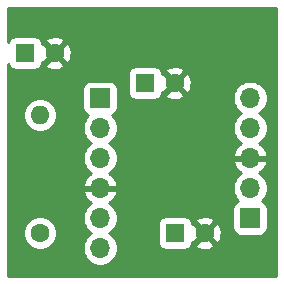
<source format=gbr>
%TF.GenerationSoftware,KiCad,Pcbnew,(5.1.10)-1*%
%TF.CreationDate,2021-09-09T15:03:09-05:00*%
%TF.ProjectId,BoostRegulatorBreakoutPCB,426f6f73-7452-4656-9775-6c61746f7242,00*%
%TF.SameCoordinates,Original*%
%TF.FileFunction,Copper,L2,Bot*%
%TF.FilePolarity,Positive*%
%FSLAX46Y46*%
G04 Gerber Fmt 4.6, Leading zero omitted, Abs format (unit mm)*
G04 Created by KiCad (PCBNEW (5.1.10)-1) date 2021-09-09 15:03:09*
%MOMM*%
%LPD*%
G01*
G04 APERTURE LIST*
%TA.AperFunction,ComponentPad*%
%ADD10O,1.600000X1.600000*%
%TD*%
%TA.AperFunction,ComponentPad*%
%ADD11C,1.600000*%
%TD*%
%TA.AperFunction,ComponentPad*%
%ADD12R,1.600000X1.600000*%
%TD*%
%TA.AperFunction,ComponentPad*%
%ADD13O,1.700000X1.700000*%
%TD*%
%TA.AperFunction,ComponentPad*%
%ADD14R,1.700000X1.700000*%
%TD*%
%TA.AperFunction,ViaPad*%
%ADD15C,0.800000*%
%TD*%
%TA.AperFunction,Conductor*%
%ADD16C,0.254000*%
%TD*%
%TA.AperFunction,Conductor*%
%ADD17C,0.100000*%
%TD*%
G04 APERTURE END LIST*
D10*
%TO.P,L1,2*%
%TO.N,Net-(J1-Pad3)*%
X133350000Y-115730000D03*
D11*
%TO.P,L1,1*%
%TO.N,Net-(C1-Pad1)*%
X133350000Y-125730000D03*
%TD*%
%TO.P,C3,2*%
%TO.N,GND*%
X134580000Y-110490000D03*
D12*
%TO.P,C3,1*%
%TO.N,Net-(C3-Pad1)*%
X132080000Y-110490000D03*
%TD*%
D11*
%TO.P,C2,2*%
%TO.N,GND*%
X144740000Y-113030000D03*
D12*
%TO.P,C2,1*%
%TO.N,Net-(C2-Pad1)*%
X142240000Y-113030000D03*
%TD*%
D11*
%TO.P,C1,2*%
%TO.N,GND*%
X147280000Y-125730000D03*
D12*
%TO.P,C1,1*%
%TO.N,Net-(C1-Pad1)*%
X144780000Y-125730000D03*
%TD*%
D13*
%TO.P,J1,6*%
%TO.N,Net-(J1-Pad6)*%
X138430000Y-127000000D03*
%TO.P,J1,5*%
%TO.N,Net-(C1-Pad1)*%
X138430000Y-124460000D03*
%TO.P,J1,4*%
%TO.N,GND*%
X138430000Y-121920000D03*
%TO.P,J1,3*%
%TO.N,Net-(J1-Pad3)*%
X138430000Y-119380000D03*
%TO.P,J1,2*%
%TO.N,Net-(C3-Pad1)*%
X138430000Y-116840000D03*
D14*
%TO.P,J1,1*%
%TO.N,Net-(C2-Pad1)*%
X138430000Y-114300000D03*
%TD*%
D13*
%TO.P,J2,5*%
%TO.N,Net-(J2-Pad5)*%
X151130000Y-114300000D03*
%TO.P,J2,4*%
%TO.N,Net-(J2-Pad4)*%
X151130000Y-116840000D03*
%TO.P,J2,3*%
%TO.N,GND*%
X151130000Y-119380000D03*
%TO.P,J2,2*%
%TO.N,Net-(J2-Pad2)*%
X151130000Y-121920000D03*
D14*
%TO.P,J2,1*%
%TO.N,Net-(J2-Pad1)*%
X151130000Y-124460000D03*
%TD*%
D15*
%TO.N,GND*%
X149000000Y-109000000D03*
X144610001Y-109389999D03*
X138510000Y-110490000D03*
X134000000Y-120000000D03*
X132000000Y-128000000D03*
X152000000Y-128000000D03*
X147000000Y-114000000D03*
X152000000Y-109000000D03*
X139000000Y-108000000D03*
X143000000Y-116000000D03*
X147000000Y-122000000D03*
X142000000Y-127000000D03*
X136000000Y-123000000D03*
X141000000Y-121000000D03*
X132000000Y-124000000D03*
X151000000Y-111000000D03*
X135890000Y-115570000D03*
%TD*%
D16*
%TO.N,GND*%
X153340000Y-108032418D02*
X153340001Y-108032428D01*
X153340000Y-129340000D01*
X130660000Y-129340000D01*
X130660000Y-125588665D01*
X131915000Y-125588665D01*
X131915000Y-125871335D01*
X131970147Y-126148574D01*
X132078320Y-126409727D01*
X132235363Y-126644759D01*
X132435241Y-126844637D01*
X132670273Y-127001680D01*
X132931426Y-127109853D01*
X133208665Y-127165000D01*
X133491335Y-127165000D01*
X133768574Y-127109853D01*
X134029727Y-127001680D01*
X134264759Y-126844637D01*
X134464637Y-126644759D01*
X134621680Y-126409727D01*
X134729853Y-126148574D01*
X134785000Y-125871335D01*
X134785000Y-125588665D01*
X134729853Y-125311426D01*
X134621680Y-125050273D01*
X134464637Y-124815241D01*
X134264759Y-124615363D01*
X134029727Y-124458320D01*
X133768574Y-124350147D01*
X133585547Y-124313740D01*
X136945000Y-124313740D01*
X136945000Y-124606260D01*
X137002068Y-124893158D01*
X137114010Y-125163411D01*
X137276525Y-125406632D01*
X137483368Y-125613475D01*
X137657760Y-125730000D01*
X137483368Y-125846525D01*
X137276525Y-126053368D01*
X137114010Y-126296589D01*
X137002068Y-126566842D01*
X136945000Y-126853740D01*
X136945000Y-127146260D01*
X137002068Y-127433158D01*
X137114010Y-127703411D01*
X137276525Y-127946632D01*
X137483368Y-128153475D01*
X137726589Y-128315990D01*
X137996842Y-128427932D01*
X138283740Y-128485000D01*
X138576260Y-128485000D01*
X138863158Y-128427932D01*
X139133411Y-128315990D01*
X139376632Y-128153475D01*
X139583475Y-127946632D01*
X139745990Y-127703411D01*
X139857932Y-127433158D01*
X139915000Y-127146260D01*
X139915000Y-126853740D01*
X139857932Y-126566842D01*
X139745990Y-126296589D01*
X139583475Y-126053368D01*
X139376632Y-125846525D01*
X139202240Y-125730000D01*
X139376632Y-125613475D01*
X139583475Y-125406632D01*
X139745990Y-125163411D01*
X139842671Y-124930000D01*
X143341928Y-124930000D01*
X143341928Y-126530000D01*
X143354188Y-126654482D01*
X143390498Y-126774180D01*
X143449463Y-126884494D01*
X143528815Y-126981185D01*
X143625506Y-127060537D01*
X143735820Y-127119502D01*
X143855518Y-127155812D01*
X143980000Y-127168072D01*
X145580000Y-127168072D01*
X145704482Y-127155812D01*
X145824180Y-127119502D01*
X145934494Y-127060537D01*
X146031185Y-126981185D01*
X146110537Y-126884494D01*
X146169502Y-126774180D01*
X146185117Y-126722702D01*
X146466903Y-126722702D01*
X146538486Y-126966671D01*
X146793996Y-127087571D01*
X147068184Y-127156300D01*
X147350512Y-127170217D01*
X147630130Y-127128787D01*
X147896292Y-127033603D01*
X148021514Y-126966671D01*
X148093097Y-126722702D01*
X147280000Y-125909605D01*
X146466903Y-126722702D01*
X146185117Y-126722702D01*
X146205812Y-126654482D01*
X146218072Y-126530000D01*
X146218072Y-126522785D01*
X146287298Y-126543097D01*
X147100395Y-125730000D01*
X147459605Y-125730000D01*
X148272702Y-126543097D01*
X148516671Y-126471514D01*
X148637571Y-126216004D01*
X148706300Y-125941816D01*
X148720217Y-125659488D01*
X148678787Y-125379870D01*
X148583603Y-125113708D01*
X148516671Y-124988486D01*
X148272702Y-124916903D01*
X147459605Y-125730000D01*
X147100395Y-125730000D01*
X146287298Y-124916903D01*
X146218072Y-124937215D01*
X146218072Y-124930000D01*
X146205812Y-124805518D01*
X146185118Y-124737298D01*
X146466903Y-124737298D01*
X147280000Y-125550395D01*
X148093097Y-124737298D01*
X148021514Y-124493329D01*
X147766004Y-124372429D01*
X147491816Y-124303700D01*
X147209488Y-124289783D01*
X146929870Y-124331213D01*
X146663708Y-124426397D01*
X146538486Y-124493329D01*
X146466903Y-124737298D01*
X146185118Y-124737298D01*
X146169502Y-124685820D01*
X146110537Y-124575506D01*
X146031185Y-124478815D01*
X145934494Y-124399463D01*
X145824180Y-124340498D01*
X145704482Y-124304188D01*
X145580000Y-124291928D01*
X143980000Y-124291928D01*
X143855518Y-124304188D01*
X143735820Y-124340498D01*
X143625506Y-124399463D01*
X143528815Y-124478815D01*
X143449463Y-124575506D01*
X143390498Y-124685820D01*
X143354188Y-124805518D01*
X143341928Y-124930000D01*
X139842671Y-124930000D01*
X139857932Y-124893158D01*
X139915000Y-124606260D01*
X139915000Y-124313740D01*
X139857932Y-124026842D01*
X139745990Y-123756589D01*
X139648043Y-123610000D01*
X149641928Y-123610000D01*
X149641928Y-125310000D01*
X149654188Y-125434482D01*
X149690498Y-125554180D01*
X149749463Y-125664494D01*
X149828815Y-125761185D01*
X149925506Y-125840537D01*
X150035820Y-125899502D01*
X150155518Y-125935812D01*
X150280000Y-125948072D01*
X151980000Y-125948072D01*
X152104482Y-125935812D01*
X152224180Y-125899502D01*
X152334494Y-125840537D01*
X152431185Y-125761185D01*
X152510537Y-125664494D01*
X152569502Y-125554180D01*
X152605812Y-125434482D01*
X152618072Y-125310000D01*
X152618072Y-123610000D01*
X152605812Y-123485518D01*
X152569502Y-123365820D01*
X152510537Y-123255506D01*
X152431185Y-123158815D01*
X152334494Y-123079463D01*
X152224180Y-123020498D01*
X152151620Y-122998487D01*
X152283475Y-122866632D01*
X152445990Y-122623411D01*
X152557932Y-122353158D01*
X152615000Y-122066260D01*
X152615000Y-121773740D01*
X152557932Y-121486842D01*
X152445990Y-121216589D01*
X152283475Y-120973368D01*
X152076632Y-120766525D01*
X151894466Y-120644805D01*
X152011355Y-120575178D01*
X152227588Y-120380269D01*
X152401641Y-120146920D01*
X152526825Y-119884099D01*
X152571476Y-119736890D01*
X152450155Y-119507000D01*
X151257000Y-119507000D01*
X151257000Y-119527000D01*
X151003000Y-119527000D01*
X151003000Y-119507000D01*
X149809845Y-119507000D01*
X149688524Y-119736890D01*
X149733175Y-119884099D01*
X149858359Y-120146920D01*
X150032412Y-120380269D01*
X150248645Y-120575178D01*
X150365534Y-120644805D01*
X150183368Y-120766525D01*
X149976525Y-120973368D01*
X149814010Y-121216589D01*
X149702068Y-121486842D01*
X149645000Y-121773740D01*
X149645000Y-122066260D01*
X149702068Y-122353158D01*
X149814010Y-122623411D01*
X149976525Y-122866632D01*
X150108380Y-122998487D01*
X150035820Y-123020498D01*
X149925506Y-123079463D01*
X149828815Y-123158815D01*
X149749463Y-123255506D01*
X149690498Y-123365820D01*
X149654188Y-123485518D01*
X149641928Y-123610000D01*
X139648043Y-123610000D01*
X139583475Y-123513368D01*
X139376632Y-123306525D01*
X139194466Y-123184805D01*
X139311355Y-123115178D01*
X139527588Y-122920269D01*
X139701641Y-122686920D01*
X139826825Y-122424099D01*
X139871476Y-122276890D01*
X139750155Y-122047000D01*
X138557000Y-122047000D01*
X138557000Y-122067000D01*
X138303000Y-122067000D01*
X138303000Y-122047000D01*
X137109845Y-122047000D01*
X136988524Y-122276890D01*
X137033175Y-122424099D01*
X137158359Y-122686920D01*
X137332412Y-122920269D01*
X137548645Y-123115178D01*
X137665534Y-123184805D01*
X137483368Y-123306525D01*
X137276525Y-123513368D01*
X137114010Y-123756589D01*
X137002068Y-124026842D01*
X136945000Y-124313740D01*
X133585547Y-124313740D01*
X133491335Y-124295000D01*
X133208665Y-124295000D01*
X132931426Y-124350147D01*
X132670273Y-124458320D01*
X132435241Y-124615363D01*
X132235363Y-124815241D01*
X132078320Y-125050273D01*
X131970147Y-125311426D01*
X131915000Y-125588665D01*
X130660000Y-125588665D01*
X130660000Y-115588665D01*
X131915000Y-115588665D01*
X131915000Y-115871335D01*
X131970147Y-116148574D01*
X132078320Y-116409727D01*
X132235363Y-116644759D01*
X132435241Y-116844637D01*
X132670273Y-117001680D01*
X132931426Y-117109853D01*
X133208665Y-117165000D01*
X133491335Y-117165000D01*
X133768574Y-117109853D01*
X134029727Y-117001680D01*
X134264759Y-116844637D01*
X134464637Y-116644759D01*
X134621680Y-116409727D01*
X134729853Y-116148574D01*
X134785000Y-115871335D01*
X134785000Y-115588665D01*
X134729853Y-115311426D01*
X134621680Y-115050273D01*
X134464637Y-114815241D01*
X134264759Y-114615363D01*
X134029727Y-114458320D01*
X133768574Y-114350147D01*
X133491335Y-114295000D01*
X133208665Y-114295000D01*
X132931426Y-114350147D01*
X132670273Y-114458320D01*
X132435241Y-114615363D01*
X132235363Y-114815241D01*
X132078320Y-115050273D01*
X131970147Y-115311426D01*
X131915000Y-115588665D01*
X130660000Y-115588665D01*
X130660000Y-113450000D01*
X136941928Y-113450000D01*
X136941928Y-115150000D01*
X136954188Y-115274482D01*
X136990498Y-115394180D01*
X137049463Y-115504494D01*
X137128815Y-115601185D01*
X137225506Y-115680537D01*
X137335820Y-115739502D01*
X137408380Y-115761513D01*
X137276525Y-115893368D01*
X137114010Y-116136589D01*
X137002068Y-116406842D01*
X136945000Y-116693740D01*
X136945000Y-116986260D01*
X137002068Y-117273158D01*
X137114010Y-117543411D01*
X137276525Y-117786632D01*
X137483368Y-117993475D01*
X137657760Y-118110000D01*
X137483368Y-118226525D01*
X137276525Y-118433368D01*
X137114010Y-118676589D01*
X137002068Y-118946842D01*
X136945000Y-119233740D01*
X136945000Y-119526260D01*
X137002068Y-119813158D01*
X137114010Y-120083411D01*
X137276525Y-120326632D01*
X137483368Y-120533475D01*
X137665534Y-120655195D01*
X137548645Y-120724822D01*
X137332412Y-120919731D01*
X137158359Y-121153080D01*
X137033175Y-121415901D01*
X136988524Y-121563110D01*
X137109845Y-121793000D01*
X138303000Y-121793000D01*
X138303000Y-121773000D01*
X138557000Y-121773000D01*
X138557000Y-121793000D01*
X139750155Y-121793000D01*
X139871476Y-121563110D01*
X139826825Y-121415901D01*
X139701641Y-121153080D01*
X139527588Y-120919731D01*
X139311355Y-120724822D01*
X139194466Y-120655195D01*
X139376632Y-120533475D01*
X139583475Y-120326632D01*
X139745990Y-120083411D01*
X139857932Y-119813158D01*
X139915000Y-119526260D01*
X139915000Y-119233740D01*
X139857932Y-118946842D01*
X139745990Y-118676589D01*
X139583475Y-118433368D01*
X139376632Y-118226525D01*
X139202240Y-118110000D01*
X139376632Y-117993475D01*
X139583475Y-117786632D01*
X139745990Y-117543411D01*
X139857932Y-117273158D01*
X139915000Y-116986260D01*
X139915000Y-116693740D01*
X139857932Y-116406842D01*
X139745990Y-116136589D01*
X139583475Y-115893368D01*
X139451620Y-115761513D01*
X139524180Y-115739502D01*
X139634494Y-115680537D01*
X139731185Y-115601185D01*
X139810537Y-115504494D01*
X139869502Y-115394180D01*
X139905812Y-115274482D01*
X139918072Y-115150000D01*
X139918072Y-113450000D01*
X139905812Y-113325518D01*
X139869502Y-113205820D01*
X139810537Y-113095506D01*
X139731185Y-112998815D01*
X139634494Y-112919463D01*
X139524180Y-112860498D01*
X139404482Y-112824188D01*
X139280000Y-112811928D01*
X137580000Y-112811928D01*
X137455518Y-112824188D01*
X137335820Y-112860498D01*
X137225506Y-112919463D01*
X137128815Y-112998815D01*
X137049463Y-113095506D01*
X136990498Y-113205820D01*
X136954188Y-113325518D01*
X136941928Y-113450000D01*
X130660000Y-113450000D01*
X130660000Y-112230000D01*
X140801928Y-112230000D01*
X140801928Y-113830000D01*
X140814188Y-113954482D01*
X140850498Y-114074180D01*
X140909463Y-114184494D01*
X140988815Y-114281185D01*
X141085506Y-114360537D01*
X141195820Y-114419502D01*
X141315518Y-114455812D01*
X141440000Y-114468072D01*
X143040000Y-114468072D01*
X143164482Y-114455812D01*
X143284180Y-114419502D01*
X143394494Y-114360537D01*
X143491185Y-114281185D01*
X143570537Y-114184494D01*
X143629502Y-114074180D01*
X143645117Y-114022702D01*
X143926903Y-114022702D01*
X143998486Y-114266671D01*
X144253996Y-114387571D01*
X144528184Y-114456300D01*
X144810512Y-114470217D01*
X145090130Y-114428787D01*
X145356292Y-114333603D01*
X145481514Y-114266671D01*
X145514649Y-114153740D01*
X149645000Y-114153740D01*
X149645000Y-114446260D01*
X149702068Y-114733158D01*
X149814010Y-115003411D01*
X149976525Y-115246632D01*
X150183368Y-115453475D01*
X150357760Y-115570000D01*
X150183368Y-115686525D01*
X149976525Y-115893368D01*
X149814010Y-116136589D01*
X149702068Y-116406842D01*
X149645000Y-116693740D01*
X149645000Y-116986260D01*
X149702068Y-117273158D01*
X149814010Y-117543411D01*
X149976525Y-117786632D01*
X150183368Y-117993475D01*
X150365534Y-118115195D01*
X150248645Y-118184822D01*
X150032412Y-118379731D01*
X149858359Y-118613080D01*
X149733175Y-118875901D01*
X149688524Y-119023110D01*
X149809845Y-119253000D01*
X151003000Y-119253000D01*
X151003000Y-119233000D01*
X151257000Y-119233000D01*
X151257000Y-119253000D01*
X152450155Y-119253000D01*
X152571476Y-119023110D01*
X152526825Y-118875901D01*
X152401641Y-118613080D01*
X152227588Y-118379731D01*
X152011355Y-118184822D01*
X151894466Y-118115195D01*
X152076632Y-117993475D01*
X152283475Y-117786632D01*
X152445990Y-117543411D01*
X152557932Y-117273158D01*
X152615000Y-116986260D01*
X152615000Y-116693740D01*
X152557932Y-116406842D01*
X152445990Y-116136589D01*
X152283475Y-115893368D01*
X152076632Y-115686525D01*
X151902240Y-115570000D01*
X152076632Y-115453475D01*
X152283475Y-115246632D01*
X152445990Y-115003411D01*
X152557932Y-114733158D01*
X152615000Y-114446260D01*
X152615000Y-114153740D01*
X152557932Y-113866842D01*
X152445990Y-113596589D01*
X152283475Y-113353368D01*
X152076632Y-113146525D01*
X151833411Y-112984010D01*
X151563158Y-112872068D01*
X151276260Y-112815000D01*
X150983740Y-112815000D01*
X150696842Y-112872068D01*
X150426589Y-112984010D01*
X150183368Y-113146525D01*
X149976525Y-113353368D01*
X149814010Y-113596589D01*
X149702068Y-113866842D01*
X149645000Y-114153740D01*
X145514649Y-114153740D01*
X145553097Y-114022702D01*
X144740000Y-113209605D01*
X143926903Y-114022702D01*
X143645117Y-114022702D01*
X143665812Y-113954482D01*
X143678072Y-113830000D01*
X143678072Y-113822785D01*
X143747298Y-113843097D01*
X144560395Y-113030000D01*
X144919605Y-113030000D01*
X145732702Y-113843097D01*
X145976671Y-113771514D01*
X146097571Y-113516004D01*
X146166300Y-113241816D01*
X146180217Y-112959488D01*
X146138787Y-112679870D01*
X146043603Y-112413708D01*
X145976671Y-112288486D01*
X145732702Y-112216903D01*
X144919605Y-113030000D01*
X144560395Y-113030000D01*
X143747298Y-112216903D01*
X143678072Y-112237215D01*
X143678072Y-112230000D01*
X143665812Y-112105518D01*
X143645118Y-112037298D01*
X143926903Y-112037298D01*
X144740000Y-112850395D01*
X145553097Y-112037298D01*
X145481514Y-111793329D01*
X145226004Y-111672429D01*
X144951816Y-111603700D01*
X144669488Y-111589783D01*
X144389870Y-111631213D01*
X144123708Y-111726397D01*
X143998486Y-111793329D01*
X143926903Y-112037298D01*
X143645118Y-112037298D01*
X143629502Y-111985820D01*
X143570537Y-111875506D01*
X143491185Y-111778815D01*
X143394494Y-111699463D01*
X143284180Y-111640498D01*
X143164482Y-111604188D01*
X143040000Y-111591928D01*
X141440000Y-111591928D01*
X141315518Y-111604188D01*
X141195820Y-111640498D01*
X141085506Y-111699463D01*
X140988815Y-111778815D01*
X140909463Y-111875506D01*
X140850498Y-111985820D01*
X140814188Y-112105518D01*
X140801928Y-112230000D01*
X130660000Y-112230000D01*
X130660000Y-111433642D01*
X130690498Y-111534180D01*
X130749463Y-111644494D01*
X130828815Y-111741185D01*
X130925506Y-111820537D01*
X131035820Y-111879502D01*
X131155518Y-111915812D01*
X131280000Y-111928072D01*
X132880000Y-111928072D01*
X133004482Y-111915812D01*
X133124180Y-111879502D01*
X133234494Y-111820537D01*
X133331185Y-111741185D01*
X133410537Y-111644494D01*
X133469502Y-111534180D01*
X133485117Y-111482702D01*
X133766903Y-111482702D01*
X133838486Y-111726671D01*
X134093996Y-111847571D01*
X134368184Y-111916300D01*
X134650512Y-111930217D01*
X134930130Y-111888787D01*
X135196292Y-111793603D01*
X135321514Y-111726671D01*
X135393097Y-111482702D01*
X134580000Y-110669605D01*
X133766903Y-111482702D01*
X133485117Y-111482702D01*
X133505812Y-111414482D01*
X133518072Y-111290000D01*
X133518072Y-111282785D01*
X133587298Y-111303097D01*
X134400395Y-110490000D01*
X134759605Y-110490000D01*
X135572702Y-111303097D01*
X135816671Y-111231514D01*
X135937571Y-110976004D01*
X136006300Y-110701816D01*
X136020217Y-110419488D01*
X135978787Y-110139870D01*
X135883603Y-109873708D01*
X135816671Y-109748486D01*
X135572702Y-109676903D01*
X134759605Y-110490000D01*
X134400395Y-110490000D01*
X133587298Y-109676903D01*
X133518072Y-109697215D01*
X133518072Y-109690000D01*
X133505812Y-109565518D01*
X133485118Y-109497298D01*
X133766903Y-109497298D01*
X134580000Y-110310395D01*
X135393097Y-109497298D01*
X135321514Y-109253329D01*
X135066004Y-109132429D01*
X134791816Y-109063700D01*
X134509488Y-109049783D01*
X134229870Y-109091213D01*
X133963708Y-109186397D01*
X133838486Y-109253329D01*
X133766903Y-109497298D01*
X133485118Y-109497298D01*
X133469502Y-109445820D01*
X133410537Y-109335506D01*
X133331185Y-109238815D01*
X133234494Y-109159463D01*
X133124180Y-109100498D01*
X133004482Y-109064188D01*
X132880000Y-109051928D01*
X131280000Y-109051928D01*
X131155518Y-109064188D01*
X131035820Y-109100498D01*
X130925506Y-109159463D01*
X130828815Y-109238815D01*
X130749463Y-109335506D01*
X130690498Y-109445820D01*
X130660000Y-109546358D01*
X130660000Y-106660000D01*
X153340001Y-106660000D01*
X153340000Y-108032418D01*
%TA.AperFunction,Conductor*%
D17*
G36*
X153340000Y-108032418D02*
G01*
X153340001Y-108032428D01*
X153340000Y-129340000D01*
X130660000Y-129340000D01*
X130660000Y-125588665D01*
X131915000Y-125588665D01*
X131915000Y-125871335D01*
X131970147Y-126148574D01*
X132078320Y-126409727D01*
X132235363Y-126644759D01*
X132435241Y-126844637D01*
X132670273Y-127001680D01*
X132931426Y-127109853D01*
X133208665Y-127165000D01*
X133491335Y-127165000D01*
X133768574Y-127109853D01*
X134029727Y-127001680D01*
X134264759Y-126844637D01*
X134464637Y-126644759D01*
X134621680Y-126409727D01*
X134729853Y-126148574D01*
X134785000Y-125871335D01*
X134785000Y-125588665D01*
X134729853Y-125311426D01*
X134621680Y-125050273D01*
X134464637Y-124815241D01*
X134264759Y-124615363D01*
X134029727Y-124458320D01*
X133768574Y-124350147D01*
X133585547Y-124313740D01*
X136945000Y-124313740D01*
X136945000Y-124606260D01*
X137002068Y-124893158D01*
X137114010Y-125163411D01*
X137276525Y-125406632D01*
X137483368Y-125613475D01*
X137657760Y-125730000D01*
X137483368Y-125846525D01*
X137276525Y-126053368D01*
X137114010Y-126296589D01*
X137002068Y-126566842D01*
X136945000Y-126853740D01*
X136945000Y-127146260D01*
X137002068Y-127433158D01*
X137114010Y-127703411D01*
X137276525Y-127946632D01*
X137483368Y-128153475D01*
X137726589Y-128315990D01*
X137996842Y-128427932D01*
X138283740Y-128485000D01*
X138576260Y-128485000D01*
X138863158Y-128427932D01*
X139133411Y-128315990D01*
X139376632Y-128153475D01*
X139583475Y-127946632D01*
X139745990Y-127703411D01*
X139857932Y-127433158D01*
X139915000Y-127146260D01*
X139915000Y-126853740D01*
X139857932Y-126566842D01*
X139745990Y-126296589D01*
X139583475Y-126053368D01*
X139376632Y-125846525D01*
X139202240Y-125730000D01*
X139376632Y-125613475D01*
X139583475Y-125406632D01*
X139745990Y-125163411D01*
X139842671Y-124930000D01*
X143341928Y-124930000D01*
X143341928Y-126530000D01*
X143354188Y-126654482D01*
X143390498Y-126774180D01*
X143449463Y-126884494D01*
X143528815Y-126981185D01*
X143625506Y-127060537D01*
X143735820Y-127119502D01*
X143855518Y-127155812D01*
X143980000Y-127168072D01*
X145580000Y-127168072D01*
X145704482Y-127155812D01*
X145824180Y-127119502D01*
X145934494Y-127060537D01*
X146031185Y-126981185D01*
X146110537Y-126884494D01*
X146169502Y-126774180D01*
X146185117Y-126722702D01*
X146466903Y-126722702D01*
X146538486Y-126966671D01*
X146793996Y-127087571D01*
X147068184Y-127156300D01*
X147350512Y-127170217D01*
X147630130Y-127128787D01*
X147896292Y-127033603D01*
X148021514Y-126966671D01*
X148093097Y-126722702D01*
X147280000Y-125909605D01*
X146466903Y-126722702D01*
X146185117Y-126722702D01*
X146205812Y-126654482D01*
X146218072Y-126530000D01*
X146218072Y-126522785D01*
X146287298Y-126543097D01*
X147100395Y-125730000D01*
X147459605Y-125730000D01*
X148272702Y-126543097D01*
X148516671Y-126471514D01*
X148637571Y-126216004D01*
X148706300Y-125941816D01*
X148720217Y-125659488D01*
X148678787Y-125379870D01*
X148583603Y-125113708D01*
X148516671Y-124988486D01*
X148272702Y-124916903D01*
X147459605Y-125730000D01*
X147100395Y-125730000D01*
X146287298Y-124916903D01*
X146218072Y-124937215D01*
X146218072Y-124930000D01*
X146205812Y-124805518D01*
X146185118Y-124737298D01*
X146466903Y-124737298D01*
X147280000Y-125550395D01*
X148093097Y-124737298D01*
X148021514Y-124493329D01*
X147766004Y-124372429D01*
X147491816Y-124303700D01*
X147209488Y-124289783D01*
X146929870Y-124331213D01*
X146663708Y-124426397D01*
X146538486Y-124493329D01*
X146466903Y-124737298D01*
X146185118Y-124737298D01*
X146169502Y-124685820D01*
X146110537Y-124575506D01*
X146031185Y-124478815D01*
X145934494Y-124399463D01*
X145824180Y-124340498D01*
X145704482Y-124304188D01*
X145580000Y-124291928D01*
X143980000Y-124291928D01*
X143855518Y-124304188D01*
X143735820Y-124340498D01*
X143625506Y-124399463D01*
X143528815Y-124478815D01*
X143449463Y-124575506D01*
X143390498Y-124685820D01*
X143354188Y-124805518D01*
X143341928Y-124930000D01*
X139842671Y-124930000D01*
X139857932Y-124893158D01*
X139915000Y-124606260D01*
X139915000Y-124313740D01*
X139857932Y-124026842D01*
X139745990Y-123756589D01*
X139648043Y-123610000D01*
X149641928Y-123610000D01*
X149641928Y-125310000D01*
X149654188Y-125434482D01*
X149690498Y-125554180D01*
X149749463Y-125664494D01*
X149828815Y-125761185D01*
X149925506Y-125840537D01*
X150035820Y-125899502D01*
X150155518Y-125935812D01*
X150280000Y-125948072D01*
X151980000Y-125948072D01*
X152104482Y-125935812D01*
X152224180Y-125899502D01*
X152334494Y-125840537D01*
X152431185Y-125761185D01*
X152510537Y-125664494D01*
X152569502Y-125554180D01*
X152605812Y-125434482D01*
X152618072Y-125310000D01*
X152618072Y-123610000D01*
X152605812Y-123485518D01*
X152569502Y-123365820D01*
X152510537Y-123255506D01*
X152431185Y-123158815D01*
X152334494Y-123079463D01*
X152224180Y-123020498D01*
X152151620Y-122998487D01*
X152283475Y-122866632D01*
X152445990Y-122623411D01*
X152557932Y-122353158D01*
X152615000Y-122066260D01*
X152615000Y-121773740D01*
X152557932Y-121486842D01*
X152445990Y-121216589D01*
X152283475Y-120973368D01*
X152076632Y-120766525D01*
X151894466Y-120644805D01*
X152011355Y-120575178D01*
X152227588Y-120380269D01*
X152401641Y-120146920D01*
X152526825Y-119884099D01*
X152571476Y-119736890D01*
X152450155Y-119507000D01*
X151257000Y-119507000D01*
X151257000Y-119527000D01*
X151003000Y-119527000D01*
X151003000Y-119507000D01*
X149809845Y-119507000D01*
X149688524Y-119736890D01*
X149733175Y-119884099D01*
X149858359Y-120146920D01*
X150032412Y-120380269D01*
X150248645Y-120575178D01*
X150365534Y-120644805D01*
X150183368Y-120766525D01*
X149976525Y-120973368D01*
X149814010Y-121216589D01*
X149702068Y-121486842D01*
X149645000Y-121773740D01*
X149645000Y-122066260D01*
X149702068Y-122353158D01*
X149814010Y-122623411D01*
X149976525Y-122866632D01*
X150108380Y-122998487D01*
X150035820Y-123020498D01*
X149925506Y-123079463D01*
X149828815Y-123158815D01*
X149749463Y-123255506D01*
X149690498Y-123365820D01*
X149654188Y-123485518D01*
X149641928Y-123610000D01*
X139648043Y-123610000D01*
X139583475Y-123513368D01*
X139376632Y-123306525D01*
X139194466Y-123184805D01*
X139311355Y-123115178D01*
X139527588Y-122920269D01*
X139701641Y-122686920D01*
X139826825Y-122424099D01*
X139871476Y-122276890D01*
X139750155Y-122047000D01*
X138557000Y-122047000D01*
X138557000Y-122067000D01*
X138303000Y-122067000D01*
X138303000Y-122047000D01*
X137109845Y-122047000D01*
X136988524Y-122276890D01*
X137033175Y-122424099D01*
X137158359Y-122686920D01*
X137332412Y-122920269D01*
X137548645Y-123115178D01*
X137665534Y-123184805D01*
X137483368Y-123306525D01*
X137276525Y-123513368D01*
X137114010Y-123756589D01*
X137002068Y-124026842D01*
X136945000Y-124313740D01*
X133585547Y-124313740D01*
X133491335Y-124295000D01*
X133208665Y-124295000D01*
X132931426Y-124350147D01*
X132670273Y-124458320D01*
X132435241Y-124615363D01*
X132235363Y-124815241D01*
X132078320Y-125050273D01*
X131970147Y-125311426D01*
X131915000Y-125588665D01*
X130660000Y-125588665D01*
X130660000Y-115588665D01*
X131915000Y-115588665D01*
X131915000Y-115871335D01*
X131970147Y-116148574D01*
X132078320Y-116409727D01*
X132235363Y-116644759D01*
X132435241Y-116844637D01*
X132670273Y-117001680D01*
X132931426Y-117109853D01*
X133208665Y-117165000D01*
X133491335Y-117165000D01*
X133768574Y-117109853D01*
X134029727Y-117001680D01*
X134264759Y-116844637D01*
X134464637Y-116644759D01*
X134621680Y-116409727D01*
X134729853Y-116148574D01*
X134785000Y-115871335D01*
X134785000Y-115588665D01*
X134729853Y-115311426D01*
X134621680Y-115050273D01*
X134464637Y-114815241D01*
X134264759Y-114615363D01*
X134029727Y-114458320D01*
X133768574Y-114350147D01*
X133491335Y-114295000D01*
X133208665Y-114295000D01*
X132931426Y-114350147D01*
X132670273Y-114458320D01*
X132435241Y-114615363D01*
X132235363Y-114815241D01*
X132078320Y-115050273D01*
X131970147Y-115311426D01*
X131915000Y-115588665D01*
X130660000Y-115588665D01*
X130660000Y-113450000D01*
X136941928Y-113450000D01*
X136941928Y-115150000D01*
X136954188Y-115274482D01*
X136990498Y-115394180D01*
X137049463Y-115504494D01*
X137128815Y-115601185D01*
X137225506Y-115680537D01*
X137335820Y-115739502D01*
X137408380Y-115761513D01*
X137276525Y-115893368D01*
X137114010Y-116136589D01*
X137002068Y-116406842D01*
X136945000Y-116693740D01*
X136945000Y-116986260D01*
X137002068Y-117273158D01*
X137114010Y-117543411D01*
X137276525Y-117786632D01*
X137483368Y-117993475D01*
X137657760Y-118110000D01*
X137483368Y-118226525D01*
X137276525Y-118433368D01*
X137114010Y-118676589D01*
X137002068Y-118946842D01*
X136945000Y-119233740D01*
X136945000Y-119526260D01*
X137002068Y-119813158D01*
X137114010Y-120083411D01*
X137276525Y-120326632D01*
X137483368Y-120533475D01*
X137665534Y-120655195D01*
X137548645Y-120724822D01*
X137332412Y-120919731D01*
X137158359Y-121153080D01*
X137033175Y-121415901D01*
X136988524Y-121563110D01*
X137109845Y-121793000D01*
X138303000Y-121793000D01*
X138303000Y-121773000D01*
X138557000Y-121773000D01*
X138557000Y-121793000D01*
X139750155Y-121793000D01*
X139871476Y-121563110D01*
X139826825Y-121415901D01*
X139701641Y-121153080D01*
X139527588Y-120919731D01*
X139311355Y-120724822D01*
X139194466Y-120655195D01*
X139376632Y-120533475D01*
X139583475Y-120326632D01*
X139745990Y-120083411D01*
X139857932Y-119813158D01*
X139915000Y-119526260D01*
X139915000Y-119233740D01*
X139857932Y-118946842D01*
X139745990Y-118676589D01*
X139583475Y-118433368D01*
X139376632Y-118226525D01*
X139202240Y-118110000D01*
X139376632Y-117993475D01*
X139583475Y-117786632D01*
X139745990Y-117543411D01*
X139857932Y-117273158D01*
X139915000Y-116986260D01*
X139915000Y-116693740D01*
X139857932Y-116406842D01*
X139745990Y-116136589D01*
X139583475Y-115893368D01*
X139451620Y-115761513D01*
X139524180Y-115739502D01*
X139634494Y-115680537D01*
X139731185Y-115601185D01*
X139810537Y-115504494D01*
X139869502Y-115394180D01*
X139905812Y-115274482D01*
X139918072Y-115150000D01*
X139918072Y-113450000D01*
X139905812Y-113325518D01*
X139869502Y-113205820D01*
X139810537Y-113095506D01*
X139731185Y-112998815D01*
X139634494Y-112919463D01*
X139524180Y-112860498D01*
X139404482Y-112824188D01*
X139280000Y-112811928D01*
X137580000Y-112811928D01*
X137455518Y-112824188D01*
X137335820Y-112860498D01*
X137225506Y-112919463D01*
X137128815Y-112998815D01*
X137049463Y-113095506D01*
X136990498Y-113205820D01*
X136954188Y-113325518D01*
X136941928Y-113450000D01*
X130660000Y-113450000D01*
X130660000Y-112230000D01*
X140801928Y-112230000D01*
X140801928Y-113830000D01*
X140814188Y-113954482D01*
X140850498Y-114074180D01*
X140909463Y-114184494D01*
X140988815Y-114281185D01*
X141085506Y-114360537D01*
X141195820Y-114419502D01*
X141315518Y-114455812D01*
X141440000Y-114468072D01*
X143040000Y-114468072D01*
X143164482Y-114455812D01*
X143284180Y-114419502D01*
X143394494Y-114360537D01*
X143491185Y-114281185D01*
X143570537Y-114184494D01*
X143629502Y-114074180D01*
X143645117Y-114022702D01*
X143926903Y-114022702D01*
X143998486Y-114266671D01*
X144253996Y-114387571D01*
X144528184Y-114456300D01*
X144810512Y-114470217D01*
X145090130Y-114428787D01*
X145356292Y-114333603D01*
X145481514Y-114266671D01*
X145514649Y-114153740D01*
X149645000Y-114153740D01*
X149645000Y-114446260D01*
X149702068Y-114733158D01*
X149814010Y-115003411D01*
X149976525Y-115246632D01*
X150183368Y-115453475D01*
X150357760Y-115570000D01*
X150183368Y-115686525D01*
X149976525Y-115893368D01*
X149814010Y-116136589D01*
X149702068Y-116406842D01*
X149645000Y-116693740D01*
X149645000Y-116986260D01*
X149702068Y-117273158D01*
X149814010Y-117543411D01*
X149976525Y-117786632D01*
X150183368Y-117993475D01*
X150365534Y-118115195D01*
X150248645Y-118184822D01*
X150032412Y-118379731D01*
X149858359Y-118613080D01*
X149733175Y-118875901D01*
X149688524Y-119023110D01*
X149809845Y-119253000D01*
X151003000Y-119253000D01*
X151003000Y-119233000D01*
X151257000Y-119233000D01*
X151257000Y-119253000D01*
X152450155Y-119253000D01*
X152571476Y-119023110D01*
X152526825Y-118875901D01*
X152401641Y-118613080D01*
X152227588Y-118379731D01*
X152011355Y-118184822D01*
X151894466Y-118115195D01*
X152076632Y-117993475D01*
X152283475Y-117786632D01*
X152445990Y-117543411D01*
X152557932Y-117273158D01*
X152615000Y-116986260D01*
X152615000Y-116693740D01*
X152557932Y-116406842D01*
X152445990Y-116136589D01*
X152283475Y-115893368D01*
X152076632Y-115686525D01*
X151902240Y-115570000D01*
X152076632Y-115453475D01*
X152283475Y-115246632D01*
X152445990Y-115003411D01*
X152557932Y-114733158D01*
X152615000Y-114446260D01*
X152615000Y-114153740D01*
X152557932Y-113866842D01*
X152445990Y-113596589D01*
X152283475Y-113353368D01*
X152076632Y-113146525D01*
X151833411Y-112984010D01*
X151563158Y-112872068D01*
X151276260Y-112815000D01*
X150983740Y-112815000D01*
X150696842Y-112872068D01*
X150426589Y-112984010D01*
X150183368Y-113146525D01*
X149976525Y-113353368D01*
X149814010Y-113596589D01*
X149702068Y-113866842D01*
X149645000Y-114153740D01*
X145514649Y-114153740D01*
X145553097Y-114022702D01*
X144740000Y-113209605D01*
X143926903Y-114022702D01*
X143645117Y-114022702D01*
X143665812Y-113954482D01*
X143678072Y-113830000D01*
X143678072Y-113822785D01*
X143747298Y-113843097D01*
X144560395Y-113030000D01*
X144919605Y-113030000D01*
X145732702Y-113843097D01*
X145976671Y-113771514D01*
X146097571Y-113516004D01*
X146166300Y-113241816D01*
X146180217Y-112959488D01*
X146138787Y-112679870D01*
X146043603Y-112413708D01*
X145976671Y-112288486D01*
X145732702Y-112216903D01*
X144919605Y-113030000D01*
X144560395Y-113030000D01*
X143747298Y-112216903D01*
X143678072Y-112237215D01*
X143678072Y-112230000D01*
X143665812Y-112105518D01*
X143645118Y-112037298D01*
X143926903Y-112037298D01*
X144740000Y-112850395D01*
X145553097Y-112037298D01*
X145481514Y-111793329D01*
X145226004Y-111672429D01*
X144951816Y-111603700D01*
X144669488Y-111589783D01*
X144389870Y-111631213D01*
X144123708Y-111726397D01*
X143998486Y-111793329D01*
X143926903Y-112037298D01*
X143645118Y-112037298D01*
X143629502Y-111985820D01*
X143570537Y-111875506D01*
X143491185Y-111778815D01*
X143394494Y-111699463D01*
X143284180Y-111640498D01*
X143164482Y-111604188D01*
X143040000Y-111591928D01*
X141440000Y-111591928D01*
X141315518Y-111604188D01*
X141195820Y-111640498D01*
X141085506Y-111699463D01*
X140988815Y-111778815D01*
X140909463Y-111875506D01*
X140850498Y-111985820D01*
X140814188Y-112105518D01*
X140801928Y-112230000D01*
X130660000Y-112230000D01*
X130660000Y-111433642D01*
X130690498Y-111534180D01*
X130749463Y-111644494D01*
X130828815Y-111741185D01*
X130925506Y-111820537D01*
X131035820Y-111879502D01*
X131155518Y-111915812D01*
X131280000Y-111928072D01*
X132880000Y-111928072D01*
X133004482Y-111915812D01*
X133124180Y-111879502D01*
X133234494Y-111820537D01*
X133331185Y-111741185D01*
X133410537Y-111644494D01*
X133469502Y-111534180D01*
X133485117Y-111482702D01*
X133766903Y-111482702D01*
X133838486Y-111726671D01*
X134093996Y-111847571D01*
X134368184Y-111916300D01*
X134650512Y-111930217D01*
X134930130Y-111888787D01*
X135196292Y-111793603D01*
X135321514Y-111726671D01*
X135393097Y-111482702D01*
X134580000Y-110669605D01*
X133766903Y-111482702D01*
X133485117Y-111482702D01*
X133505812Y-111414482D01*
X133518072Y-111290000D01*
X133518072Y-111282785D01*
X133587298Y-111303097D01*
X134400395Y-110490000D01*
X134759605Y-110490000D01*
X135572702Y-111303097D01*
X135816671Y-111231514D01*
X135937571Y-110976004D01*
X136006300Y-110701816D01*
X136020217Y-110419488D01*
X135978787Y-110139870D01*
X135883603Y-109873708D01*
X135816671Y-109748486D01*
X135572702Y-109676903D01*
X134759605Y-110490000D01*
X134400395Y-110490000D01*
X133587298Y-109676903D01*
X133518072Y-109697215D01*
X133518072Y-109690000D01*
X133505812Y-109565518D01*
X133485118Y-109497298D01*
X133766903Y-109497298D01*
X134580000Y-110310395D01*
X135393097Y-109497298D01*
X135321514Y-109253329D01*
X135066004Y-109132429D01*
X134791816Y-109063700D01*
X134509488Y-109049783D01*
X134229870Y-109091213D01*
X133963708Y-109186397D01*
X133838486Y-109253329D01*
X133766903Y-109497298D01*
X133485118Y-109497298D01*
X133469502Y-109445820D01*
X133410537Y-109335506D01*
X133331185Y-109238815D01*
X133234494Y-109159463D01*
X133124180Y-109100498D01*
X133004482Y-109064188D01*
X132880000Y-109051928D01*
X131280000Y-109051928D01*
X131155518Y-109064188D01*
X131035820Y-109100498D01*
X130925506Y-109159463D01*
X130828815Y-109238815D01*
X130749463Y-109335506D01*
X130690498Y-109445820D01*
X130660000Y-109546358D01*
X130660000Y-106660000D01*
X153340001Y-106660000D01*
X153340000Y-108032418D01*
G37*
%TD.AperFunction*%
%TD*%
M02*

</source>
